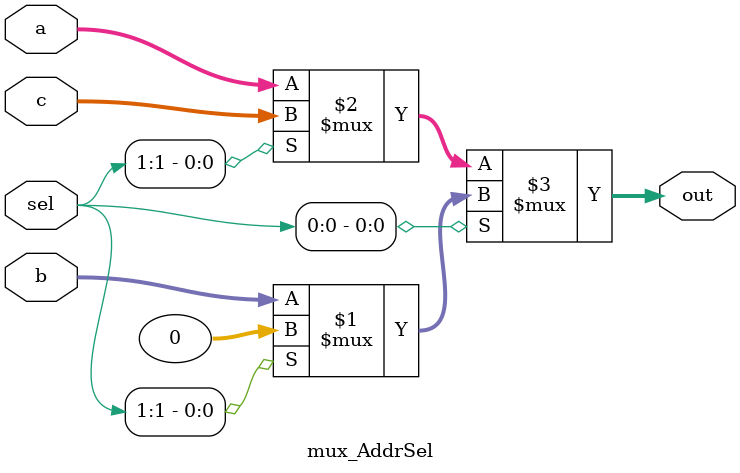
<source format=v>
`timescale 1ns / 1ps
module mux_AddrSel(
	input [31:0] a,
	input [31:0] b,
	input [31:0] c,
	input [1:0] sel,
	output [31:0] out
    );
		
	assign out = (sel[0]) ? (sel[1] ? 32'b0 : b) : (sel[1] ? c : a);

endmodule

</source>
